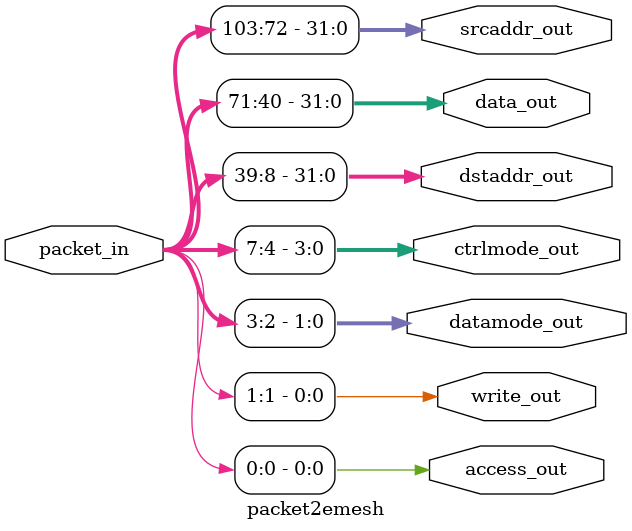
<source format=v>
module packet2emesh(
   access_out, write_out, datamode_out, ctrlmode_out, dstaddr_out,
   data_out, srcaddr_out,
   packet_in
   );
   parameter AW=32;
   parameter DW=32;
   parameter PW=104;
   output 	    access_out;
   output 	    write_out;   
   output [1:0]     datamode_out;
   output [3:0]     ctrlmode_out;   
   output [AW-1:0]  dstaddr_out;
   output [DW-1:0]  data_out;   
   output [AW-1:0]  srcaddr_out;   
   input [PW-1:0]   packet_in;
   assign access_out          = packet_in[0];
   assign write_out           = packet_in[1];
   assign datamode_out[1:0]   = packet_in[3:2];
   assign ctrlmode_out[3:0]   = packet_in[7:4];
   assign dstaddr_out[AW-1:0] = packet_in[39:8];
   assign data_out[AW-1:0]    = packet_in[71:40];
   assign srcaddr_out[AW-1:0] = packet_in[103:72];
endmodule
</source>
